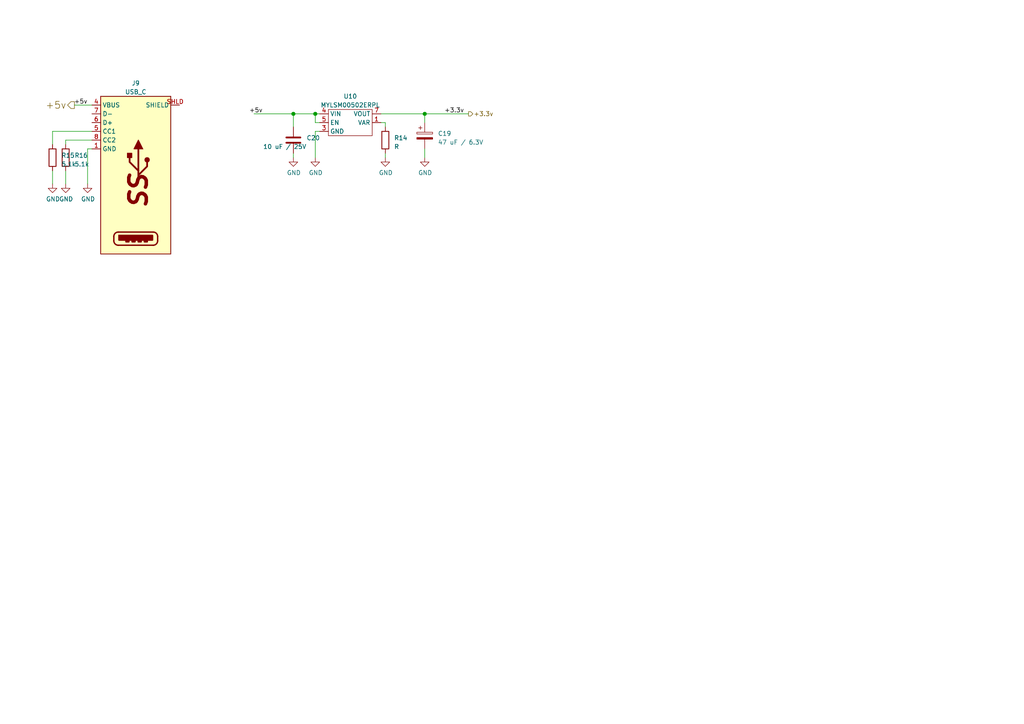
<source format=kicad_sch>
(kicad_sch (version 20210406) (generator eeschema)
  (paper "A4")
  (title_block (title "Compute Module 4 IO Board - PSUs") (company "(c) Raspberry Pi Trading 2020") (comment 1 "www.raspberrypi.org"))
  (lib_symbols
    (symbol "CM4IO:MYLSM00502ERPL"
      (property "Reference" "U" (at 8.89 10.16 0))
      (property "Value" "MYLSM00502ERPL" (at -2.54 10.16 0))
      (symbol "MYLSM00502ERPL_0_0"
        (pin passive line (at 8.89 0 180) (length 2.54) (name "VAR") (number "1"))
        (pin power_in line (at -8.89 -2.54 0) (length 2.54) hide (name "GND") (number "2"))
        (pin power_in line (at -8.89 -2.54 0) (length 2.54) (name "GND") (number "3"))
        (pin input line (at -8.89 0 0) (length 2.54) (name "EN") (number "5"))
        (pin power_in line (at -8.89 -2.54 0) (length 2.54) hide (name "GND") (number "6"))
        (pin power_out line (at 8.89 2.54 180) (length 2.54) (name "VOUT") (number "7"))
        (pin power_in line (at -8.89 -2.54 0) (length 2.54) hide (name "G-PAD") (number "9"))
      )
      (symbol "MYLSM00502ERPL_0_1"
        (rectangle (start -6.35 3.81) (end 6.35 -3.81) (stroke (width 0.1524)))
      )
      (symbol "MYLSM00502ERPL_1_1"
        (pin power_in line (at -8.89 2.54 0) (length 2.54) (name "VIN") (number "4"))
      )
    )
    (symbol "CM4IO:USB_C"
      (property "Reference" "J" (at -11.43 29.21 0))
      (property "Value" "USB_C" (at 8.89 29.21 0))
      (symbol "USB_C_0_0"
        (pin power_in line (at -13.97 11.43 0) (length 2.54) hide (name "GND") (number "12"))
        (pin power_in line (at -13.97 24.13 0) (length 2.54) hide (name "VBUS") (number "9"))
      )
      (symbol "USB_C_0_1"
        (arc (start -7.62 -15.24) (end -6.35 -16.51) (radius (at -6.35 -15.24) (length 1.27) (angles 180 -90)) (stroke (width 0.4)))
        (arc (start -6.35 -12.7) (end -7.62 -13.97) (radius (at -6.35 -13.97) (length 1.27) (angles 90 180)) (stroke (width 0.4)))
        (arc (start 3.81 -16.51) (end 5.08 -15.24) (radius (at 3.81 -15.24) (length 1.27) (angles -90 0)) (stroke (width 0.4)))
        (arc (start 5.08 -13.97) (end 3.81 -12.7) (radius (at 3.81 -13.97) (length 1.27) (angles 0 90)) (stroke (width 0.4)))
        (polyline (pts (xy -7.62 -15.24) (xy -7.62 -13.97)) (stroke (width 0.4)))
        (polyline (pts (xy -6.35 -12.7) (xy 3.81 -12.7)) (stroke (width 0.4)))
        (polyline (pts (xy 3.81 -16.51) (xy -6.35 -16.51)) (stroke (width 0.4)))
        (polyline (pts (xy 5.08 -13.97) (xy 5.08 -15.24)) (stroke (width 0.4)))
      )
      (symbol "USB_C_1_1"
        (circle (center 2.032 8.255) (radius 0.635) (stroke (width 0.254)) (fill (type outline)))
        (text "SS" (at -0.508 -0.635 900) (effects (font (size 5.08 5.08) bold italic)))
        (rectangle (start -4.064 -15.24) (end -3.302 -15.494) (stroke (width 0.508)))
        (rectangle (start -2.286 -15.24) (end -1.524 -15.494) (stroke (width 0.508)))
        (rectangle (start -0.508 -15.24) (end 0.254 -15.494) (stroke (width 0.508)))
        (rectangle (start 1.27 -15.24) (end 2.032 -15.494) (stroke (width 0.508)))
        (rectangle (start -6.096 -13.716) (end 3.556 -14.986) (stroke (width 0.508)) (fill (type outline)))
        (rectangle (start -2.413 8.89) (end -3.683 10.16) (stroke (width 0.254)) (fill (type outline)))
        (rectangle (start -11.43 26.67) (end 8.89 -19.05) (stroke (width 0.254)) (fill (type background)))
        (polyline (pts (xy -0.508 2.54) (xy -0.508 11.43)) (stroke (width 0.508)))
        (polyline (pts (xy -0.508 3.81) (xy 2.032 6.35) (xy 2.032 7.62)) (stroke (width 0.508)))
        (polyline (pts (xy -0.508 5.08) (xy -3.048 7.62) (xy -3.048 8.89)) (stroke (width 0.508)))
        (polyline (pts (xy 0.762 11.43) (xy -0.508 13.97) (xy -1.778 11.43) (xy 0.762 11.43)) (stroke (width 0.254)) (fill (type outline)))
        (pin power_in line (at -13.97 11.43 0) (length 2.54) (name "GND") (number "1"))
        (pin power_in line (at -13.97 24.13 0) (length 2.54) (name "VBUS") (number "4"))
        (pin passive line (at -13.97 16.51 0) (length 2.54) (name "CC1") (number "5"))
        (pin bidirectional line (at -13.97 19.05 0) (length 2.54) (name "D+") (number "6"))
        (pin bidirectional line (at -13.97 21.59 0) (length 2.54) (name "D-") (number "7"))
        (pin passive line (at -13.97 13.97 0) (length 2.54) (name "CC2") (number "8"))
        (pin passive line (at 11.43 24.13 180) (length 2.54) (name "SHIELD") (number "SHLD"))
      )
    )
    (symbol "Device:C" (pin_numbers hide) (pin_names (offset 0.254))
      (property "Reference" "C" (at 0.635 2.54 0))
      (property "Value" "C" (at 0.635 -2.54 0))
      (symbol "C_0_1"
        (polyline (pts (xy -2.032 -0.762) (xy 2.032 -0.762)) (stroke (width 0.508)))
        (polyline (pts (xy -2.032 0.762) (xy 2.032 0.762)) (stroke (width 0.508)))
      )
      (symbol "C_1_1"
        (pin passive line (at 0 3.81 270) (length 2.794) (name "~") (number "1"))
        (pin passive line (at 0 -3.81 90) (length 2.794) (name "~") (number "2"))
      )
    )
    (symbol "Device:C_Polarized" (pin_numbers hide) (pin_names (offset 0.254))
      (property "Reference" "C" (at 0.635 2.54 0))
      (property "Value" "C_Polarized" (at 0.635 -2.54 0))
      (symbol "C_Polarized_0_1"
        (rectangle (start -2.286 0.508) (end 2.286 1.016))
        (rectangle (start 2.286 -0.508) (end -2.286 -1.016) (fill (type outline)))
        (polyline (pts (xy -1.778 2.286) (xy -0.762 2.286)))
        (polyline (pts (xy -1.27 2.794) (xy -1.27 1.778)))
      )
      (symbol "C_Polarized_1_1"
        (pin passive line (at 0 3.81 270) (length 2.794) (name "~") (number "1"))
        (pin passive line (at 0 -3.81 90) (length 2.794) (name "~") (number "2"))
      )
    )
    (symbol "Device:R" (pin_numbers hide) (pin_names (offset 0))
      (property "Reference" "R" (at 2.032 0 90))
      (property "Value" "R" (at 0 0 90))
      (symbol "R_0_1"
        (rectangle (start -1.016 -2.54) (end 1.016 2.54) (stroke (width 0.254)))
      )
      (symbol "R_1_1"
        (pin passive line (at 0 3.81 270) (length 1.27) (name "~") (number "1"))
        (pin passive line (at 0 -3.81 90) (length 1.27) (name "~") (number "2"))
      )
    )
    (symbol "power:GND" (power) (pin_names (offset 0))
      (property "Value" "GND" (at 0 -3.81 0))
      (symbol "GND_0_1"
        (polyline (pts (xy 0 0) (xy 0 -1.27) (xy 1.27 -1.27) (xy 0 -2.54) (xy -1.27 -1.27) (xy 0 -1.27)))
      )
      (symbol "GND_1_1"
        (pin power_in line (at 0 0 270) (length 0) hide (name "GND") (number "1"))
      )
    )
  )
  (junction (at 85.09 33.02) (diameter 1.016))
  (junction (at 91.44 33.02) (diameter 1.016))
  (junction (at 123.19 33.02) (diameter 1.016))
  (wire (pts (xy 15.24 38.1) (xy 15.24 41.91)))
  (wire (pts (xy 15.24 49.53) (xy 15.24 53.34)))
  (wire (pts (xy 19.05 40.64) (xy 19.05 41.91)))
  (wire (pts (xy 19.05 49.53) (xy 19.05 53.34)))
  (wire (pts (xy 21.59 30.48) (xy 26.67 30.48)))
  (wire (pts (xy 25.4 43.18) (xy 25.4 53.34)))
  (wire (pts (xy 25.4 43.18) (xy 26.67 43.18)))
  (wire (pts (xy 26.67 38.1) (xy 15.24 38.1)))
  (wire (pts (xy 26.67 40.64) (xy 19.05 40.64)))
  (wire (pts (xy 73.66 33.02) (xy 85.09 33.02)))
  (wire (pts (xy 85.09 33.02) (xy 85.09 36.83)))
  (wire (pts (xy 85.09 33.02) (xy 91.44 33.02)))
  (wire (pts (xy 85.09 44.45) (xy 85.09 45.72)))
  (wire (pts (xy 91.44 33.02) (xy 91.44 35.56)))
  (wire (pts (xy 91.44 33.02) (xy 92.71 33.02)))
  (wire (pts (xy 91.44 35.56) (xy 92.71 35.56)))
  (wire (pts (xy 91.44 38.1) (xy 91.44 45.72)))
  (wire (pts (xy 92.71 38.1) (xy 91.44 38.1)))
  (wire (pts (xy 110.49 33.02) (xy 123.19 33.02)))
  (wire (pts (xy 110.49 35.56) (xy 111.76 35.56)))
  (wire (pts (xy 111.76 35.56) (xy 111.76 36.83)))
  (wire (pts (xy 111.76 44.45) (xy 111.76 45.72)))
  (wire (pts (xy 123.19 33.02) (xy 123.19 35.56)))
  (wire (pts (xy 123.19 33.02) (xy 135.89 33.02)))
  (wire (pts (xy 123.19 43.18) (xy 123.19 45.72)))
  (label "+5v" (at 25.4 30.48 180))
  (label "+5v" (at 76.2 33.02 180))
  (label "+3.3v" (at 134.62 33.02 180))
  (hierarchical_label "+5v" (shape output) (at 21.59 30.48 180) (effects (font (size 2.0066 2.0066))))
  (hierarchical_label "+3.3v" (shape output) (at 135.89 33.02 0))
  (symbol (lib_id "power:GND") (at 15.24 53.34 0) (unit 1)
    (property "Reference" "#PWR041" (effects hide))
    (property "Value" "GND" (at 15.367 57.7342 0))
  )
  (symbol (lib_id "power:GND") (at 19.05 53.34 0) (unit 1)
    (property "Reference" "#PWR042" (effects hide))
    (property "Value" "GND" (at 19.177 57.7342 0))
  )
  (symbol (lib_id "power:GND") (at 25.4 53.34 0) (unit 1)
    (property "Reference" "#PWR043" (effects hide))
    (property "Value" "GND" (at 25.527 57.7342 0))
  )
  (symbol (lib_id "power:GND") (at 85.09 45.72 0) (unit 1)
    (property "Reference" "#PWR037" (effects hide))
    (property "Value" "GND" (at 85.217 50.1142 0))
  )
  (symbol (lib_id "power:GND") (at 91.44 45.72 0) (unit 1)
    (property "Reference" "#PWR038" (effects hide))
    (property "Value" "GND" (at 91.567 50.1142 0))
  )
  (symbol (lib_id "power:GND") (at 111.76 45.72 0) (unit 1)
    (property "Reference" "#PWR039" (effects hide))
    (property "Value" "GND" (at 111.887 50.1142 0))
  )
  (symbol (lib_id "power:GND") (at 123.19 45.72 0) (unit 1)
    (property "Reference" "#PWR040" (effects hide))
    (property "Value" "GND" (at 123.317 50.1142 0))
  )
  (symbol (lib_id "Device:R") (at 15.24 45.72 0) (unit 1)
    (property "Reference" "R15" (at 17.78 45.0849 0) (effects (justify left)))
    (property "Value" "5.1k" (at 17.78 47.6249 0) (effects (justify left)))
    (property "Footprint" "Resistor_SMD:R_0603_1608Metric" (effects hide))
  )
  (symbol (lib_id "Device:R") (at 19.05 45.72 0) (unit 1)
    (property "Reference" "R16" (at 21.59 45.0849 0) (effects (justify left)))
    (property "Value" "5.1k" (at 21.59 47.6249 0) (effects (justify left)))
    (property "Footprint" "Resistor_SMD:R_0603_1608Metric" (effects hide))
  )
  (symbol (lib_id "Device:R") (at 111.76 40.64 0) (unit 1)
    (property "Reference" "R14" (at 114.3 40.0049 0) (effects (justify left)))
    (property "Value" "R" (at 114.3 42.5449 0) (effects (justify left)))
  )
  (symbol (lib_id "Device:C") (at 85.09 40.64 0) (unit 1)
    (property "Reference" "C20" (at 88.9 40.0049 0) (effects (justify left)))
    (property "Value" "10 uF / 25V" (at 88.9 42.5449 0) (effects (justify right)))
    (property "Footprint" "Capacitor_SMD:C_0805_2012Metric" (effects hide))
  )
  (symbol (lib_id "Device:C_Polarized") (at 123.19 39.37 0) (unit 1)
    (property "Reference" "C19" (at 127 38.7349 0) (effects (justify left)))
    (property "Value" "47 uF / 6.3V" (at 127 41.2749 0) (effects (justify left)))
    (property "Footprint" "Capacitor_SMD:C_0805_2012Metric" (effects hide))
  )
  (symbol (lib_id "CM4IO:MYLSM00502ERPL") (at 101.6 35.56 0) (unit 1)
    (property "Reference" "U10" (at 101.6 27.94 0))
    (property "Value" "MYLSM00502ERPL" (at 101.6 30.48 0))
    (property "Footprint" "CM4IO:MYLSM00502ERPL" (effects hide))
  )
  (symbol (lib_id "CM4IO:USB_C") (at 40.64 54.61 0) (unit 1)
    (property "Reference" "J9" (at 39.37 24.13 0))
    (property "Value" "USB_C" (at 39.37 26.67 0))
    (property "Footprint" "CM4IO:USB4105-GF-A" (effects hide))
  )
)
</source>
